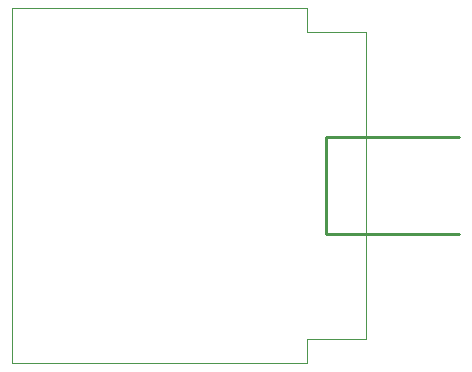
<source format=gbr>
%TF.GenerationSoftware,KiCad,Pcbnew,7.0.5*%
%TF.CreationDate,2023-06-23T15:18:34+05:00*%
%TF.ProjectId,jitx-design,6a697478-2d64-4657-9369-676e2e6b6963,rev?*%
%TF.SameCoordinates,Original*%
%TF.FileFunction,Profile,NP*%
%FSLAX46Y46*%
G04 Gerber Fmt 4.6, Leading zero omitted, Abs format (unit mm)*
G04 Created by KiCad (PCBNEW 7.0.5) date 2023-06-23 15:18:34*
%MOMM*%
%LPD*%
G01*
G04 APERTURE LIST*
%TA.AperFunction,Profile*%
%ADD10C,0.254000*%
%TD*%
%TA.AperFunction,Profile*%
%ADD11C,0.050000*%
%TD*%
G04 APERTURE END LIST*
D10*
X151162500Y-112128000D02*
X162412500Y-112128000D01*
X151158500Y-103878000D02*
X162408500Y-103878000D01*
X151155500Y-103880000D02*
X151155500Y-112130000D01*
D11*
X124500000Y-123000000D02*
X149500000Y-123000000D01*
X149500000Y-123000000D02*
X149500000Y-121000000D01*
X149500000Y-121000000D02*
X154500000Y-121000000D01*
X154500000Y-121000000D02*
X154500000Y-95000000D01*
X154500000Y-95000000D02*
X149500000Y-95000000D01*
X149500000Y-95000000D02*
X149500000Y-93000000D01*
X149500000Y-93000000D02*
X124500000Y-93000000D01*
X124500000Y-93000000D02*
X124500000Y-123000000D01*
M02*

</source>
